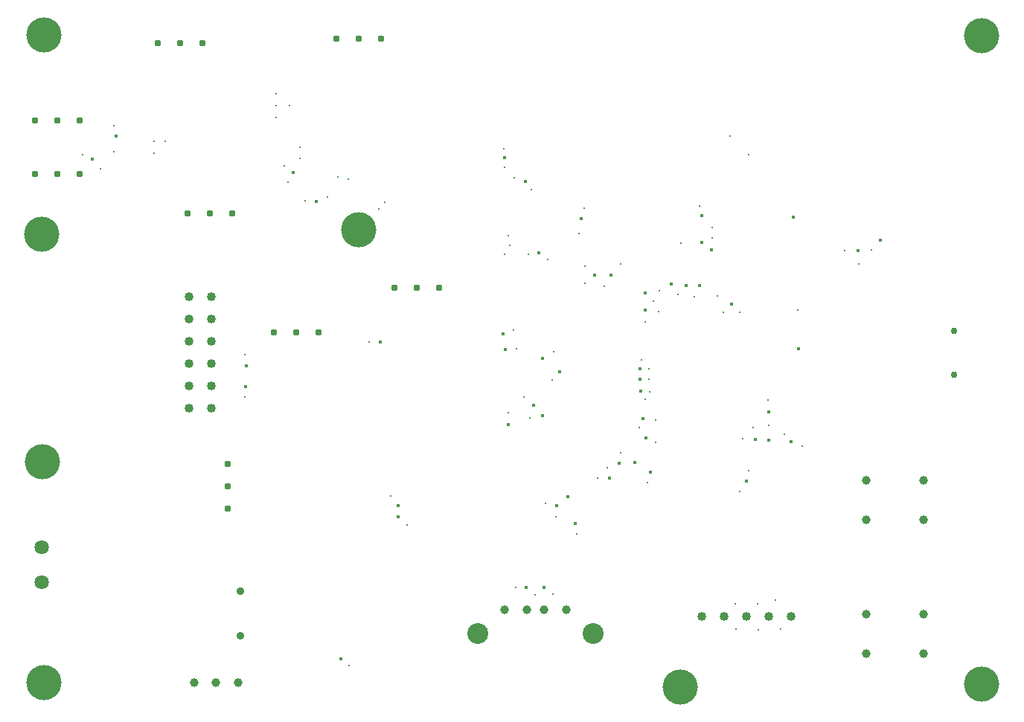
<source format=gbr>
%TF.GenerationSoftware,KiCad,Pcbnew,7.0.7*%
%TF.CreationDate,2024-06-01T18:58:22-04:00*%
%TF.ProjectId,Payload,5061796c-6f61-4642-9e6b-696361645f70,rev?*%
%TF.SameCoordinates,Original*%
%TF.FileFunction,Plated,1,4,PTH,Drill*%
%TF.FilePolarity,Positive*%
%FSLAX46Y46*%
G04 Gerber Fmt 4.6, Leading zero omitted, Abs format (unit mm)*
G04 Created by KiCad (PCBNEW 7.0.7) date 2024-06-01 18:58:22*
%MOMM*%
%LPD*%
G01*
G04 APERTURE LIST*
%TA.AperFunction,ViaDrill*%
%ADD10C,0.300000*%
%TD*%
%TA.AperFunction,ViaDrill*%
%ADD11C,0.400000*%
%TD*%
%TA.AperFunction,ComponentDrill*%
%ADD12C,0.762000*%
%TD*%
%TA.AperFunction,ComponentDrill*%
%ADD13C,0.787400*%
%TD*%
%TA.AperFunction,ComponentDrill*%
%ADD14C,0.900000*%
%TD*%
%TA.AperFunction,ComponentDrill*%
%ADD15C,1.000000*%
%TD*%
%TA.AperFunction,ComponentDrill*%
%ADD16C,1.016000*%
%TD*%
%TA.AperFunction,ComponentDrill*%
%ADD17C,1.630000*%
%TD*%
%TA.AperFunction,ComponentDrill*%
%ADD18C,2.380000*%
%TD*%
%TA.AperFunction,ComponentDrill*%
%ADD19C,4.000000*%
%TD*%
G04 APERTURE END LIST*
D10*
X67868800Y-56667400D03*
X69900800Y-58343800D03*
X71424800Y-53365400D03*
X71450200Y-56362600D03*
X76022200Y-55143400D03*
X76022200Y-56540400D03*
X77292200Y-55168800D03*
X86334600Y-79502000D03*
X86360000Y-84328000D03*
X89865200Y-49733200D03*
X89865200Y-51079400D03*
X89865200Y-52451000D03*
X90830400Y-57962800D03*
X91262200Y-59842400D03*
X91414600Y-51130200D03*
X92557600Y-55854600D03*
X92583000Y-57150000D03*
X93218000Y-61976000D03*
X95707200Y-61544200D03*
X96875600Y-59207400D03*
X98120200Y-59461400D03*
X98196400Y-114884200D03*
X100482400Y-78079600D03*
X101574600Y-62890400D03*
X102235000Y-62128400D03*
X102946200Y-95580200D03*
X104825800Y-98882200D03*
X115773200Y-56007000D03*
X115849400Y-68046600D03*
X115900200Y-58166000D03*
X116306600Y-86055200D03*
X116332000Y-65963800D03*
X116433600Y-67030600D03*
X116865400Y-76708000D03*
X116992400Y-59309000D03*
X117119400Y-106019600D03*
X117246400Y-78765400D03*
X118084600Y-84302600D03*
X118618000Y-68046600D03*
X118745000Y-86690200D03*
X118922800Y-60655200D03*
X119354600Y-106807000D03*
X120497600Y-96443800D03*
X120751600Y-68656200D03*
X121310400Y-82346800D03*
X121361200Y-106730800D03*
X121437400Y-79146400D03*
X121716800Y-97917000D03*
X124129800Y-99923600D03*
X124358400Y-65659000D03*
X124968000Y-62839600D03*
X124993400Y-71348600D03*
X125018800Y-69443600D03*
X126492000Y-93522800D03*
X127232347Y-71725852D03*
X127584200Y-92354400D03*
X129057400Y-69113400D03*
X129108200Y-90678000D03*
X131191000Y-87757000D03*
X131470400Y-80086200D03*
X131851400Y-75768200D03*
X131851400Y-84556600D03*
X132105400Y-94056200D03*
X132283200Y-82296000D03*
X132334000Y-81102200D03*
X132384800Y-83718400D03*
X132816600Y-73380600D03*
X133045200Y-89484200D03*
X133070600Y-86893400D03*
X133375400Y-74574400D03*
X133451600Y-72212200D03*
X135636000Y-72593200D03*
X135966200Y-66751200D03*
X137490200Y-72872600D03*
X138074400Y-62560200D03*
X139471400Y-65024000D03*
X139496800Y-66192400D03*
X140131800Y-72796400D03*
X140766800Y-74650600D03*
X141554200Y-54610000D03*
X142163800Y-107848400D03*
X142189200Y-110718600D03*
X142621000Y-95046800D03*
X142646400Y-74625200D03*
X142951200Y-89052400D03*
X143611600Y-56692800D03*
X143662400Y-92659200D03*
X144170400Y-87782400D03*
X144703800Y-107848400D03*
X144729200Y-110794800D03*
X145872200Y-84658200D03*
X145948400Y-87528400D03*
X146703868Y-107384668D03*
X147269200Y-110693200D03*
X147675600Y-88569800D03*
X149225000Y-74422000D03*
X149733000Y-89916000D03*
X154584400Y-67640200D03*
X156159200Y-69113400D03*
X157581600Y-67513200D03*
D11*
X69011800Y-57200800D03*
X71653400Y-54552500D03*
X86385400Y-83108800D03*
X86461600Y-80721200D03*
X91795600Y-58775600D03*
X94462600Y-62077600D03*
X97231200Y-114096800D03*
X101752400Y-78028800D03*
X103759000Y-96647000D03*
X103809800Y-97917000D03*
X115671600Y-77114400D03*
X115874800Y-57073800D03*
X116001800Y-78892400D03*
X116306600Y-87452200D03*
X118262400Y-59766200D03*
X118364000Y-106019600D03*
X119151400Y-85267800D03*
X119761000Y-67919600D03*
X120167400Y-86461600D03*
X120192800Y-79883000D03*
X120370600Y-105994200D03*
X121793000Y-96672400D03*
X122174000Y-81432400D03*
X123063000Y-95656400D03*
X123901200Y-98704400D03*
X124612400Y-64008000D03*
X126161800Y-70408800D03*
X127812800Y-93522800D03*
X127990600Y-70434200D03*
X128905000Y-91821000D03*
X130657600Y-91744800D03*
X131267200Y-81076800D03*
X131267200Y-82270600D03*
X131343400Y-83667600D03*
X131597400Y-86766400D03*
X131851400Y-72440800D03*
X131876800Y-74371200D03*
X131953000Y-89001600D03*
X132486400Y-92837000D03*
X134848600Y-71475600D03*
X136575800Y-71602600D03*
X138023600Y-71602600D03*
X138328400Y-63627000D03*
X138328400Y-66675000D03*
X139395200Y-67564000D03*
X141681200Y-73685400D03*
X143357600Y-93878400D03*
X144449800Y-89154000D03*
X145897600Y-86004400D03*
X145948400Y-89179400D03*
X148437600Y-89408000D03*
X148717000Y-63779400D03*
X149326600Y-78765400D03*
X156083000Y-67589400D03*
X158623000Y-66446400D03*
D12*
%TO.C,Buzzer1*%
X167019874Y-76748000D03*
X167019874Y-81748000D03*
D13*
%TO.C,RV6*%
X62484000Y-52832000D03*
%TO.C,RV3*%
X62484000Y-58928000D03*
%TO.C,RV6*%
X65024000Y-52832000D03*
%TO.C,RV3*%
X65024000Y-58928000D03*
%TO.C,RV6*%
X67564000Y-52832000D03*
%TO.C,RV3*%
X67564000Y-58928000D03*
%TO.C,RV1*%
X76454000Y-44005500D03*
X78994000Y-44005500D03*
%TO.C,RV4*%
X79820000Y-63423500D03*
%TO.C,RV1*%
X81534000Y-44005500D03*
%TO.C,RV4*%
X82360000Y-63423500D03*
%TO.C,RV2*%
X84391500Y-91948000D03*
X84391500Y-94488000D03*
X84391500Y-97028000D03*
%TO.C,RV4*%
X84900000Y-63423500D03*
%TO.C,RV8*%
X89662000Y-76962000D03*
X92202000Y-76962000D03*
X94742000Y-76962000D03*
%TO.C,RV5*%
X96774000Y-43497500D03*
X99314000Y-43497500D03*
X101854000Y-43497500D03*
%TO.C,RV7*%
X103378000Y-71882000D03*
X105918000Y-71882000D03*
X108458000Y-71882000D03*
D14*
%TO.C,D2*%
X85852000Y-106426000D03*
X85852000Y-111506000D03*
D15*
%TO.C,S1*%
X80558000Y-116840000D03*
X83058000Y-116840000D03*
X85558000Y-116840000D03*
%TO.C,J1*%
X115880000Y-108484000D03*
X118380000Y-108484000D03*
X120380000Y-108484000D03*
X122880000Y-108484000D03*
%TO.C,SW2*%
X157024000Y-93762000D03*
X157024000Y-98262000D03*
%TO.C,SW1*%
X157024000Y-109002000D03*
X157024000Y-113502000D03*
%TO.C,SW2*%
X163524000Y-93762000D03*
X163524000Y-98262000D03*
%TO.C,SW1*%
X163524000Y-109002000D03*
X163524000Y-113502000D03*
D16*
%TO.C,U14*%
X80010000Y-72898000D03*
X80010000Y-75438000D03*
X80010000Y-77978000D03*
X80010000Y-80518000D03*
X80010000Y-83058000D03*
X80010000Y-85598000D03*
X82550000Y-72898000D03*
X82550000Y-75438000D03*
X82550000Y-77978000D03*
X82550000Y-80518000D03*
X82550000Y-83058000D03*
X82550000Y-85598000D03*
%TO.C,Programming_pins1*%
X138341100Y-109258100D03*
X140881100Y-109258100D03*
X143421100Y-109258100D03*
X145961100Y-109258100D03*
X148501100Y-109258100D03*
D17*
%TO.C,bornier1*%
X63222000Y-101378000D03*
X63222000Y-105378000D03*
D18*
%TO.C,J1*%
X112810000Y-111194000D03*
X125950000Y-111194000D03*
D19*
%TO.C,H5*%
X63246000Y-65786000D03*
%TO.C,H8*%
X63271400Y-91701400D03*
%TO.C,H1*%
X63500000Y-43035000D03*
%TO.C,H2*%
X63500000Y-116840000D03*
%TO.C,H6*%
X99314000Y-65278000D03*
%TO.C,H7*%
X135890000Y-117348000D03*
%TO.C,H3*%
X170180000Y-43180000D03*
%TO.C,H4*%
X170180000Y-116949000D03*
M02*

</source>
